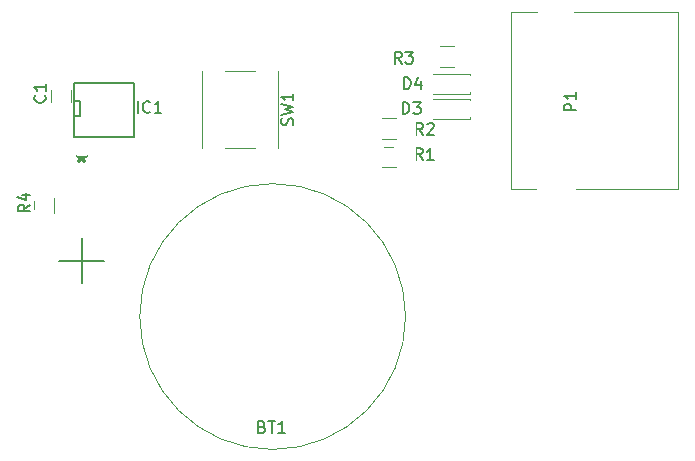
<source format=gto>
G04 #@! TF.FileFunction,Legend,Top*
%FSLAX46Y46*%
G04 Gerber Fmt 4.6, Leading zero omitted, Abs format (unit mm)*
G04 Created by KiCad (PCBNEW 4.0.4+e1-6308~48~ubuntu16.04.1-stable) date Tue May  2 22:28:17 2017*
%MOMM*%
%LPD*%
G01*
G04 APERTURE LIST*
%ADD10C,0.100000*%
%ADD11C,0.300000*%
%ADD12C,0.120000*%
%ADD13C,0.150000*%
%ADD14R,1.650000X1.900000*%
%ADD15R,1.400000X1.400000*%
%ADD16R,0.908000X1.543000*%
%ADD17C,2.300000*%
%ADD18R,2.100000X1.700000*%
%ADD19C,3.400000*%
%ADD20R,1.900000X1.700000*%
%ADD21R,1.700000X1.900000*%
%ADD22R,1.700000X1.950000*%
%ADD23R,4.400000X4.400000*%
G04 APERTURE END LIST*
D10*
D11*
X122500001Y-95278571D02*
X122500001Y-95635714D01*
X122142858Y-95492857D02*
X122500001Y-95635714D01*
X122857143Y-95492857D01*
X122285715Y-95921429D02*
X122500001Y-95635714D01*
X122714286Y-95921429D01*
D12*
X121550000Y-90900000D02*
X121550000Y-89900000D01*
X119850000Y-89900000D02*
X119850000Y-90900000D01*
X155400000Y-92350000D02*
X155400000Y-90650000D01*
X155400000Y-90650000D02*
X152250000Y-90650000D01*
X155400000Y-92350000D02*
X152250000Y-92350000D01*
X155400000Y-90250000D02*
X155400000Y-88550000D01*
X155400000Y-88550000D02*
X152250000Y-88550000D01*
X155400000Y-90250000D02*
X152250000Y-90250000D01*
D13*
X121860000Y-89314000D02*
X126940000Y-89314000D01*
X126940000Y-89314000D02*
X126940000Y-93886000D01*
X126940000Y-93886000D02*
X121860000Y-93886000D01*
X121860000Y-93886000D02*
X121860000Y-89314000D01*
X121860000Y-90838000D02*
X122368000Y-90838000D01*
X122368000Y-90838000D02*
X122368000Y-92108000D01*
X122368000Y-92108000D02*
X121860000Y-92108000D01*
D12*
X158845000Y-83315000D02*
X161175000Y-83315000D01*
X158845000Y-98305000D02*
X160965000Y-98305000D01*
X158845000Y-83315000D02*
X158845000Y-98305000D01*
X172935000Y-83315000D02*
X172935000Y-98305000D01*
X164135000Y-83315000D02*
X172935000Y-83315000D01*
X164335000Y-98305000D02*
X172935000Y-98305000D01*
X149100000Y-96480000D02*
X147900000Y-96480000D01*
X147900000Y-94720000D02*
X149100000Y-94720000D01*
X149100000Y-94080000D02*
X147900000Y-94080000D01*
X147900000Y-92320000D02*
X149100000Y-92320000D01*
X154000000Y-87980000D02*
X152800000Y-87980000D01*
X152800000Y-86220000D02*
X154000000Y-86220000D01*
X118420000Y-100300000D02*
X118420000Y-99100000D01*
X120180000Y-99100000D02*
X120180000Y-100300000D01*
X139120000Y-94800000D02*
X139090000Y-94800000D01*
X132660000Y-94800000D02*
X132690000Y-94800000D01*
X132660000Y-88340000D02*
X132690000Y-88340000D01*
X139090000Y-88340000D02*
X139120000Y-88340000D01*
X137190000Y-94800000D02*
X134590000Y-94800000D01*
X139120000Y-88340000D02*
X139120000Y-94800000D01*
X137190000Y-88340000D02*
X134590000Y-88340000D01*
X132660000Y-88340000D02*
X132660000Y-94800000D01*
D10*
X149903111Y-109100000D02*
G75*
G03X149903111Y-109100000I-11253111J0D01*
G01*
D13*
X119357143Y-90366666D02*
X119404762Y-90414285D01*
X119452381Y-90557142D01*
X119452381Y-90652380D01*
X119404762Y-90795238D01*
X119309524Y-90890476D01*
X119214286Y-90938095D01*
X119023810Y-90985714D01*
X118880952Y-90985714D01*
X118690476Y-90938095D01*
X118595238Y-90890476D01*
X118500000Y-90795238D01*
X118452381Y-90652380D01*
X118452381Y-90557142D01*
X118500000Y-90414285D01*
X118547619Y-90366666D01*
X119452381Y-89414285D02*
X119452381Y-89985714D01*
X119452381Y-89700000D02*
X118452381Y-89700000D01*
X118595238Y-89795238D01*
X118690476Y-89890476D01*
X118738095Y-89985714D01*
X149661905Y-91952381D02*
X149661905Y-90952381D01*
X149900000Y-90952381D01*
X150042858Y-91000000D01*
X150138096Y-91095238D01*
X150185715Y-91190476D01*
X150233334Y-91380952D01*
X150233334Y-91523810D01*
X150185715Y-91714286D01*
X150138096Y-91809524D01*
X150042858Y-91904762D01*
X149900000Y-91952381D01*
X149661905Y-91952381D01*
X150566667Y-90952381D02*
X151185715Y-90952381D01*
X150852381Y-91333333D01*
X150995239Y-91333333D01*
X151090477Y-91380952D01*
X151138096Y-91428571D01*
X151185715Y-91523810D01*
X151185715Y-91761905D01*
X151138096Y-91857143D01*
X151090477Y-91904762D01*
X150995239Y-91952381D01*
X150709524Y-91952381D01*
X150614286Y-91904762D01*
X150566667Y-91857143D01*
X149761905Y-89852381D02*
X149761905Y-88852381D01*
X150000000Y-88852381D01*
X150142858Y-88900000D01*
X150238096Y-88995238D01*
X150285715Y-89090476D01*
X150333334Y-89280952D01*
X150333334Y-89423810D01*
X150285715Y-89614286D01*
X150238096Y-89709524D01*
X150142858Y-89804762D01*
X150000000Y-89852381D01*
X149761905Y-89852381D01*
X151190477Y-89185714D02*
X151190477Y-89852381D01*
X150952381Y-88804762D02*
X150714286Y-89519048D01*
X151333334Y-89519048D01*
X127223810Y-91852381D02*
X127223810Y-90852381D01*
X128271429Y-91757143D02*
X128223810Y-91804762D01*
X128080953Y-91852381D01*
X127985715Y-91852381D01*
X127842857Y-91804762D01*
X127747619Y-91709524D01*
X127700000Y-91614286D01*
X127652381Y-91423810D01*
X127652381Y-91280952D01*
X127700000Y-91090476D01*
X127747619Y-90995238D01*
X127842857Y-90900000D01*
X127985715Y-90852381D01*
X128080953Y-90852381D01*
X128223810Y-90900000D01*
X128271429Y-90947619D01*
X129223810Y-91852381D02*
X128652381Y-91852381D01*
X128938095Y-91852381D02*
X128938095Y-90852381D01*
X128842857Y-90995238D01*
X128747619Y-91090476D01*
X128652381Y-91138095D01*
X164352381Y-91638095D02*
X163352381Y-91638095D01*
X163352381Y-91257142D01*
X163400000Y-91161904D01*
X163447619Y-91114285D01*
X163542857Y-91066666D01*
X163685714Y-91066666D01*
X163780952Y-91114285D01*
X163828571Y-91161904D01*
X163876190Y-91257142D01*
X163876190Y-91638095D01*
X164352381Y-90114285D02*
X164352381Y-90685714D01*
X164352381Y-90400000D02*
X163352381Y-90400000D01*
X163495238Y-90495238D01*
X163590476Y-90590476D01*
X163638095Y-90685714D01*
X151343334Y-95852381D02*
X151010000Y-95376190D01*
X150771905Y-95852381D02*
X150771905Y-94852381D01*
X151152858Y-94852381D01*
X151248096Y-94900000D01*
X151295715Y-94947619D01*
X151343334Y-95042857D01*
X151343334Y-95185714D01*
X151295715Y-95280952D01*
X151248096Y-95328571D01*
X151152858Y-95376190D01*
X150771905Y-95376190D01*
X152295715Y-95852381D02*
X151724286Y-95852381D01*
X152010000Y-95852381D02*
X152010000Y-94852381D01*
X151914762Y-94995238D01*
X151819524Y-95090476D01*
X151724286Y-95138095D01*
X151363334Y-93722381D02*
X151030000Y-93246190D01*
X150791905Y-93722381D02*
X150791905Y-92722381D01*
X151172858Y-92722381D01*
X151268096Y-92770000D01*
X151315715Y-92817619D01*
X151363334Y-92912857D01*
X151363334Y-93055714D01*
X151315715Y-93150952D01*
X151268096Y-93198571D01*
X151172858Y-93246190D01*
X150791905Y-93246190D01*
X151744286Y-92817619D02*
X151791905Y-92770000D01*
X151887143Y-92722381D01*
X152125239Y-92722381D01*
X152220477Y-92770000D01*
X152268096Y-92817619D01*
X152315715Y-92912857D01*
X152315715Y-93008095D01*
X152268096Y-93150952D01*
X151696667Y-93722381D01*
X152315715Y-93722381D01*
X149563334Y-87682381D02*
X149230000Y-87206190D01*
X148991905Y-87682381D02*
X148991905Y-86682381D01*
X149372858Y-86682381D01*
X149468096Y-86730000D01*
X149515715Y-86777619D01*
X149563334Y-86872857D01*
X149563334Y-87015714D01*
X149515715Y-87110952D01*
X149468096Y-87158571D01*
X149372858Y-87206190D01*
X148991905Y-87206190D01*
X149896667Y-86682381D02*
X150515715Y-86682381D01*
X150182381Y-87063333D01*
X150325239Y-87063333D01*
X150420477Y-87110952D01*
X150468096Y-87158571D01*
X150515715Y-87253810D01*
X150515715Y-87491905D01*
X150468096Y-87587143D01*
X150420477Y-87634762D01*
X150325239Y-87682381D01*
X150039524Y-87682381D01*
X149944286Y-87634762D01*
X149896667Y-87587143D01*
X118092381Y-99636666D02*
X117616190Y-99970000D01*
X118092381Y-100208095D02*
X117092381Y-100208095D01*
X117092381Y-99827142D01*
X117140000Y-99731904D01*
X117187619Y-99684285D01*
X117282857Y-99636666D01*
X117425714Y-99636666D01*
X117520952Y-99684285D01*
X117568571Y-99731904D01*
X117616190Y-99827142D01*
X117616190Y-100208095D01*
X117425714Y-98779523D02*
X118092381Y-98779523D01*
X117044762Y-99017619D02*
X117759048Y-99255714D01*
X117759048Y-98636666D01*
X140344762Y-92903333D02*
X140392381Y-92760476D01*
X140392381Y-92522380D01*
X140344762Y-92427142D01*
X140297143Y-92379523D01*
X140201905Y-92331904D01*
X140106667Y-92331904D01*
X140011429Y-92379523D01*
X139963810Y-92427142D01*
X139916190Y-92522380D01*
X139868571Y-92712857D01*
X139820952Y-92808095D01*
X139773333Y-92855714D01*
X139678095Y-92903333D01*
X139582857Y-92903333D01*
X139487619Y-92855714D01*
X139440000Y-92808095D01*
X139392381Y-92712857D01*
X139392381Y-92474761D01*
X139440000Y-92331904D01*
X139392381Y-91998571D02*
X140392381Y-91760476D01*
X139678095Y-91569999D01*
X140392381Y-91379523D01*
X139392381Y-91141428D01*
X140392381Y-90236666D02*
X140392381Y-90808095D01*
X140392381Y-90522381D02*
X139392381Y-90522381D01*
X139535238Y-90617619D01*
X139630476Y-90712857D01*
X139678095Y-90808095D01*
X137764286Y-118428571D02*
X137907143Y-118476190D01*
X137954762Y-118523810D01*
X138002381Y-118619048D01*
X138002381Y-118761905D01*
X137954762Y-118857143D01*
X137907143Y-118904762D01*
X137811905Y-118952381D01*
X137430952Y-118952381D01*
X137430952Y-117952381D01*
X137764286Y-117952381D01*
X137859524Y-118000000D01*
X137907143Y-118047619D01*
X137954762Y-118142857D01*
X137954762Y-118238095D01*
X137907143Y-118333333D01*
X137859524Y-118380952D01*
X137764286Y-118428571D01*
X137430952Y-118428571D01*
X138288095Y-117952381D02*
X138859524Y-117952381D01*
X138573809Y-118952381D02*
X138573809Y-117952381D01*
X139716667Y-118952381D02*
X139145238Y-118952381D01*
X139430952Y-118952381D02*
X139430952Y-117952381D01*
X139335714Y-118095238D01*
X139240476Y-118190476D01*
X139145238Y-118238095D01*
X120595238Y-104357143D02*
X124404762Y-104357143D01*
X122500000Y-106261905D02*
X122500000Y-102452381D01*
%LPC*%
D14*
X120700000Y-89150000D03*
X120700000Y-91650000D03*
D15*
X154750000Y-91500000D03*
X152250000Y-91500000D03*
X154750000Y-89400000D03*
X152250000Y-89400000D03*
D16*
X122495000Y-88425000D03*
X123765000Y-88425000D03*
X125035000Y-88425000D03*
X126305000Y-88425000D03*
X126305000Y-94775000D03*
X125035000Y-94775000D03*
X123765000Y-94775000D03*
X122495000Y-94775000D03*
D17*
X162335000Y-88565000D03*
D18*
X159985000Y-87255000D03*
X159985000Y-89795000D03*
X159985000Y-91825000D03*
X159985000Y-94365000D03*
D19*
X162655000Y-84205000D03*
X162655000Y-97925000D03*
D17*
X162335000Y-93065000D03*
D20*
X147150000Y-95600000D03*
X149850000Y-95600000D03*
X147150000Y-93200000D03*
X149850000Y-93200000D03*
X152050000Y-87100000D03*
X154750000Y-87100000D03*
D21*
X119300000Y-98350000D03*
X119300000Y-101050000D03*
D22*
X133640000Y-87590000D03*
X138140000Y-87590000D03*
X138140000Y-95550000D03*
X133640000Y-95550000D03*
D23*
X122800000Y-109100000D03*
X154200000Y-109100000D03*
M02*

</source>
